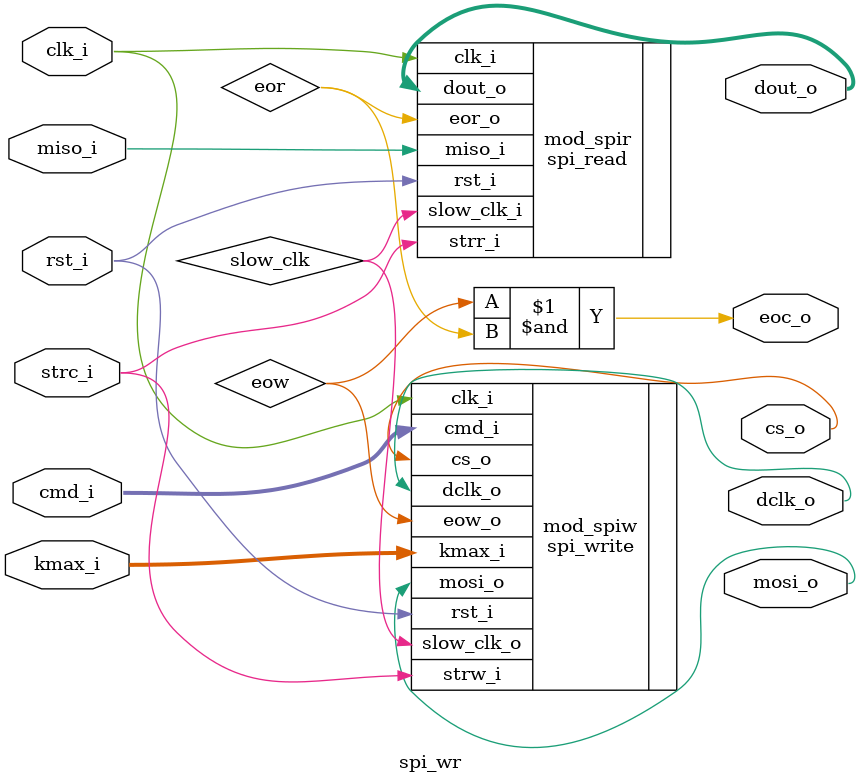
<source format=v>

module spi_wr (
  input         rst_i,
  input         clk_i,
  input         strc_i,
  input   [7:0] cmd_i,
  input   [7:0] kmax_i,
  input         miso_i,
  output        mosi_o,
  output [11:0] dout_o,
  output        dclk_o,
  output        cs_o,
  output        eoc_o
);

  wire slow_clk, eow, eor;

  spi_write mod_spiw (
    .rst_i(rst_i),
    .clk_i(clk_i),
    .strw_i(strc_i),
    .cmd_i(cmd_i),
    .kmax_i(kmax_i),
    .mosi_o(mosi_o),
    .dclk_o(dclk_o),
    .cs_o(cs_o),
    .eow_o(eow),
    .slow_clk_o(slow_clk)
  );
  
  spi_read mod_spir (
    .rst_i(rst_i), 
    .clk_i(clk_i),
    .strr_i(strc_i), 
    .miso_i(miso_i), 
    .slow_clk_i(slow_clk), 
    .dout_o(dout_o), 
    .eor_o(eor)
  );
  
  assign eoc_o = eow & eor;

endmodule
</source>
